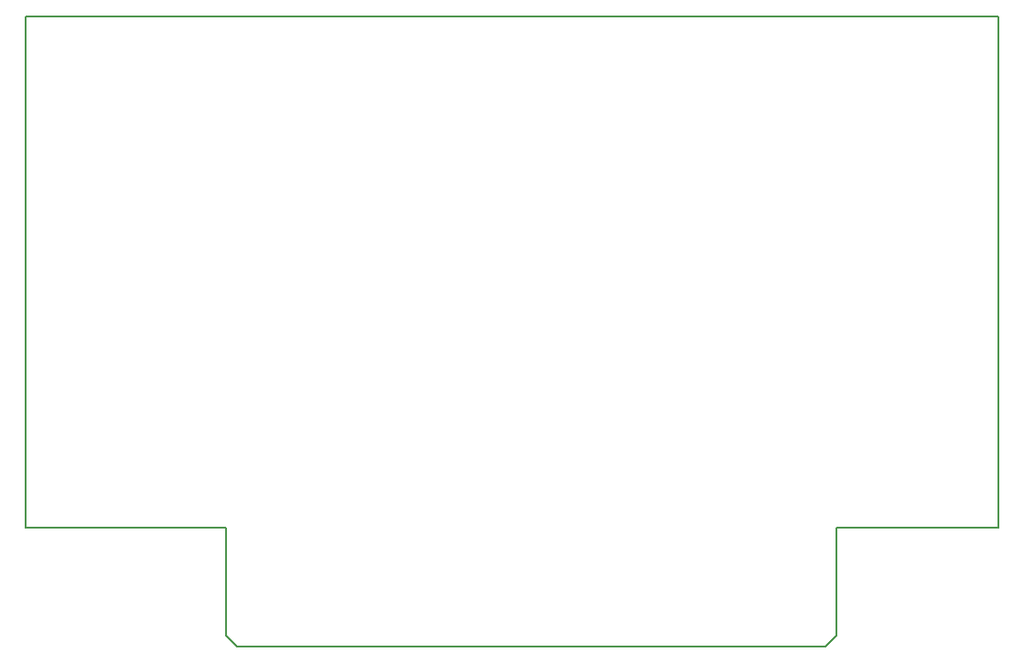
<source format=gbr>
G04 #@! TF.GenerationSoftware,KiCad,Pcbnew,(5.1.2-1)-1*
G04 #@! TF.CreationDate,2022-07-30T23:38:52+02:00*
G04 #@! TF.ProjectId,ElectronBreakOut,456c6563-7472-46f6-9e42-7265616b4f75,rev?*
G04 #@! TF.SameCoordinates,Original*
G04 #@! TF.FileFunction,Profile,NP*
%FSLAX46Y46*%
G04 Gerber Fmt 4.6, Leading zero omitted, Abs format (unit mm)*
G04 Created by KiCad (PCBNEW (5.1.2-1)-1) date 2022-07-30 23:38:52*
%MOMM*%
%LPD*%
G04 APERTURE LIST*
%ADD10C,0.150000*%
G04 APERTURE END LIST*
D10*
X177888000Y-71932800D02*
X193850000Y-71925000D01*
X123390000Y-71930000D02*
X103800000Y-71930000D01*
X103825000Y-119225000D02*
X122372000Y-119214000D01*
X103800000Y-71930000D02*
X103825000Y-119225000D01*
X193870000Y-119220000D02*
X193850000Y-71925000D01*
X178872000Y-119214000D02*
X193870000Y-119220000D01*
X178872000Y-129214000D02*
X178872000Y-119214000D01*
X177872000Y-130214000D02*
X178872000Y-129214000D01*
X123372000Y-130214000D02*
X177872000Y-130214000D01*
X122372000Y-129214000D02*
X123372000Y-130214000D01*
X122372000Y-119214000D02*
X122372000Y-129214000D01*
X123388000Y-71932800D02*
X177888000Y-71932800D01*
M02*

</source>
